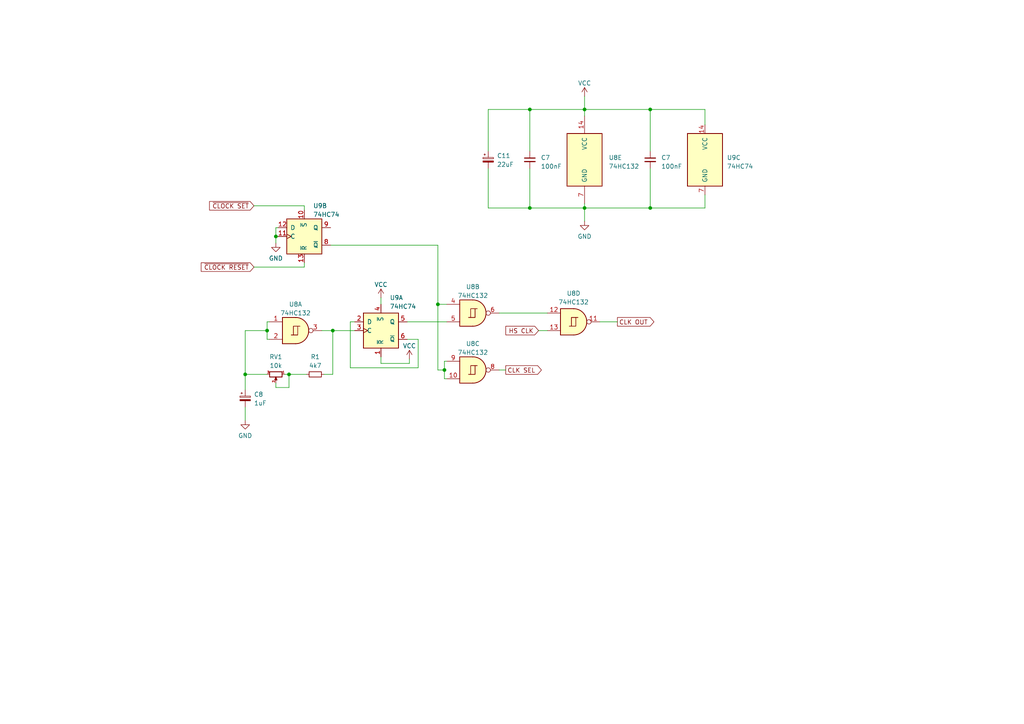
<source format=kicad_sch>
(kicad_sch (version 20230121) (generator eeschema)

  (uuid 0d3698f0-9052-4f08-959a-ae2c1b97bfee)

  (paper "A4")

  (title_block
    (title "Low speed oscillator")
    (date "2023-04-25")
    (rev "1")
    (company "ZLED")
  )

  (lib_symbols
    (symbol "74xx:74LS132" (pin_names (offset 1.016)) (in_bom yes) (on_board yes)
      (property "Reference" "U" (at 0 1.27 0)
        (effects (font (size 1.27 1.27)))
      )
      (property "Value" "74LS132" (at 0 -1.27 0)
        (effects (font (size 1.27 1.27)))
      )
      (property "Footprint" "" (at 0 0 0)
        (effects (font (size 1.27 1.27)) hide)
      )
      (property "Datasheet" "http://www.ti.com/lit/gpn/sn74LS132" (at 0 0 0)
        (effects (font (size 1.27 1.27)) hide)
      )
      (property "ki_locked" "" (at 0 0 0)
        (effects (font (size 1.27 1.27)))
      )
      (property "ki_keywords" "TTL Nand2" (at 0 0 0)
        (effects (font (size 1.27 1.27)) hide)
      )
      (property "ki_description" "Quad 2-input NAND Schmitt trigger" (at 0 0 0)
        (effects (font (size 1.27 1.27)) hide)
      )
      (property "ki_fp_filters" "DIP*W7.62mm*" (at 0 0 0)
        (effects (font (size 1.27 1.27)) hide)
      )
      (symbol "74LS132_1_0"
        (polyline
          (pts
            (xy -0.635 -1.27)
            (xy -0.635 1.27)
            (xy 0.635 1.27)
          )
          (stroke (width 0) (type default))
          (fill (type none))
        )
        (polyline
          (pts
            (xy -0.635 -1.27)
            (xy -0.635 1.27)
            (xy 0.635 1.27)
          )
          (stroke (width 0) (type default))
          (fill (type none))
        )
        (polyline
          (pts
            (xy -1.27 -1.27)
            (xy 0.635 -1.27)
            (xy 0.635 1.27)
            (xy 1.27 1.27)
          )
          (stroke (width 0) (type default))
          (fill (type none))
        )
        (polyline
          (pts
            (xy -1.27 -1.27)
            (xy 0.635 -1.27)
            (xy 0.635 1.27)
            (xy 1.27 1.27)
          )
          (stroke (width 0) (type default))
          (fill (type none))
        )
      )
      (symbol "74LS132_1_1"
        (arc (start 0 -3.81) (mid 3.7934 0) (end 0 3.81)
          (stroke (width 0.254) (type default))
          (fill (type background))
        )
        (polyline
          (pts
            (xy 0 3.81)
            (xy -3.81 3.81)
            (xy -3.81 -3.81)
            (xy 0 -3.81)
          )
          (stroke (width 0.254) (type default))
          (fill (type background))
        )
        (pin input line (at -7.62 2.54 0) (length 3.81)
          (name "~" (effects (font (size 1.27 1.27))))
          (number "1" (effects (font (size 1.27 1.27))))
        )
        (pin input line (at -7.62 -2.54 0) (length 3.81)
          (name "~" (effects (font (size 1.27 1.27))))
          (number "2" (effects (font (size 1.27 1.27))))
        )
        (pin output inverted (at 7.62 0 180) (length 3.81)
          (name "~" (effects (font (size 1.27 1.27))))
          (number "3" (effects (font (size 1.27 1.27))))
        )
      )
      (symbol "74LS132_1_2"
        (arc (start -3.81 -3.81) (mid -2.589 0) (end -3.81 3.81)
          (stroke (width 0.254) (type default))
          (fill (type none))
        )
        (arc (start -0.6096 -3.81) (mid 2.1842 -2.5851) (end 3.81 0)
          (stroke (width 0.254) (type default))
          (fill (type background))
        )
        (polyline
          (pts
            (xy -3.81 -3.81)
            (xy -0.635 -3.81)
          )
          (stroke (width 0.254) (type default))
          (fill (type background))
        )
        (polyline
          (pts
            (xy -3.81 3.81)
            (xy -0.635 3.81)
          )
          (stroke (width 0.254) (type default))
          (fill (type background))
        )
        (polyline
          (pts
            (xy -0.635 3.81)
            (xy -3.81 3.81)
            (xy -3.81 3.81)
            (xy -3.556 3.4036)
            (xy -3.0226 2.2606)
            (xy -2.6924 1.0414)
            (xy -2.6162 -0.254)
            (xy -2.7686 -1.4986)
            (xy -3.175 -2.7178)
            (xy -3.81 -3.81)
            (xy -3.81 -3.81)
            (xy -0.635 -3.81)
          )
          (stroke (width -25.4) (type default))
          (fill (type background))
        )
        (arc (start 3.81 0) (mid 2.1915 2.5936) (end -0.6096 3.81)
          (stroke (width 0.254) (type default))
          (fill (type background))
        )
        (pin input inverted (at -7.62 2.54 0) (length 4.318)
          (name "~" (effects (font (size 1.27 1.27))))
          (number "1" (effects (font (size 1.27 1.27))))
        )
        (pin input inverted (at -7.62 -2.54 0) (length 4.318)
          (name "~" (effects (font (size 1.27 1.27))))
          (number "2" (effects (font (size 1.27 1.27))))
        )
        (pin output line (at 7.62 0 180) (length 3.81)
          (name "~" (effects (font (size 1.27 1.27))))
          (number "3" (effects (font (size 1.27 1.27))))
        )
      )
      (symbol "74LS132_2_0"
        (polyline
          (pts
            (xy -0.635 -1.27)
            (xy -0.635 1.27)
            (xy 0.635 1.27)
          )
          (stroke (width 0) (type default))
          (fill (type none))
        )
        (polyline
          (pts
            (xy -0.635 -1.27)
            (xy -0.635 1.27)
            (xy 0.635 1.27)
          )
          (stroke (width 0) (type default))
          (fill (type none))
        )
        (polyline
          (pts
            (xy -1.27 -1.27)
            (xy 0.635 -1.27)
            (xy 0.635 1.27)
            (xy 1.27 1.27)
          )
          (stroke (width 0) (type default))
          (fill (type none))
        )
        (polyline
          (pts
            (xy -1.27 -1.27)
            (xy 0.635 -1.27)
            (xy 0.635 1.27)
            (xy 1.27 1.27)
          )
          (stroke (width 0) (type default))
          (fill (type none))
        )
      )
      (symbol "74LS132_2_1"
        (arc (start 0 -3.81) (mid 3.7934 0) (end 0 3.81)
          (stroke (width 0.254) (type default))
          (fill (type background))
        )
        (polyline
          (pts
            (xy 0 3.81)
            (xy -3.81 3.81)
            (xy -3.81 -3.81)
            (xy 0 -3.81)
          )
          (stroke (width 0.254) (type default))
          (fill (type background))
        )
        (pin input line (at -7.62 2.54 0) (length 3.81)
          (name "~" (effects (font (size 1.27 1.27))))
          (number "4" (effects (font (size 1.27 1.27))))
        )
        (pin input line (at -7.62 -2.54 0) (length 3.81)
          (name "~" (effects (font (size 1.27 1.27))))
          (number "5" (effects (font (size 1.27 1.27))))
        )
        (pin output inverted (at 7.62 0 180) (length 3.81)
          (name "~" (effects (font (size 1.27 1.27))))
          (number "6" (effects (font (size 1.27 1.27))))
        )
      )
      (symbol "74LS132_2_2"
        (arc (start -3.81 -3.81) (mid -2.589 0) (end -3.81 3.81)
          (stroke (width 0.254) (type default))
          (fill (type none))
        )
        (arc (start -0.6096 -3.81) (mid 2.1842 -2.5851) (end 3.81 0)
          (stroke (width 0.254) (type default))
          (fill (type background))
        )
        (polyline
          (pts
            (xy -3.81 -3.81)
            (xy -0.635 -3.81)
          )
          (stroke (width 0.254) (type default))
          (fill (type background))
        )
        (polyline
          (pts
            (xy -3.81 3.81)
            (xy -0.635 3.81)
          )
          (stroke (width 0.254) (type default))
          (fill (type background))
        )
        (polyline
          (pts
            (xy -0.635 3.81)
            (xy -3.81 3.81)
            (xy -3.81 3.81)
            (xy -3.556 3.4036)
            (xy -3.0226 2.2606)
            (xy -2.6924 1.0414)
            (xy -2.6162 -0.254)
            (xy -2.7686 -1.4986)
            (xy -3.175 -2.7178)
            (xy -3.81 -3.81)
            (xy -3.81 -3.81)
            (xy -0.635 -3.81)
          )
          (stroke (width -25.4) (type default))
          (fill (type background))
        )
        (arc (start 3.81 0) (mid 2.1915 2.5936) (end -0.6096 3.81)
          (stroke (width 0.254) (type default))
          (fill (type background))
        )
        (pin input inverted (at -7.62 2.54 0) (length 4.318)
          (name "~" (effects (font (size 1.27 1.27))))
          (number "4" (effects (font (size 1.27 1.27))))
        )
        (pin input inverted (at -7.62 -2.54 0) (length 4.318)
          (name "~" (effects (font (size 1.27 1.27))))
          (number "5" (effects (font (size 1.27 1.27))))
        )
        (pin output line (at 7.62 0 180) (length 3.81)
          (name "~" (effects (font (size 1.27 1.27))))
          (number "6" (effects (font (size 1.27 1.27))))
        )
      )
      (symbol "74LS132_3_0"
        (polyline
          (pts
            (xy -0.635 -1.27)
            (xy -0.635 1.27)
            (xy 0.635 1.27)
          )
          (stroke (width 0) (type default))
          (fill (type none))
        )
        (polyline
          (pts
            (xy -0.635 -1.27)
            (xy -0.635 1.27)
            (xy 0.635 1.27)
          )
          (stroke (width 0) (type default))
          (fill (type none))
        )
        (polyline
          (pts
            (xy -1.27 -1.27)
            (xy 0.635 -1.27)
            (xy 0.635 1.27)
            (xy 1.27 1.27)
          )
          (stroke (width 0) (type default))
          (fill (type none))
        )
        (polyline
          (pts
            (xy -1.27 -1.27)
            (xy 0.635 -1.27)
            (xy 0.635 1.27)
            (xy 1.27 1.27)
          )
          (stroke (width 0) (type default))
          (fill (type none))
        )
      )
      (symbol "74LS132_3_1"
        (arc (start 0 -3.81) (mid 3.7934 0) (end 0 3.81)
          (stroke (width 0.254) (type default))
          (fill (type background))
        )
        (polyline
          (pts
            (xy 0 3.81)
            (xy -3.81 3.81)
            (xy -3.81 -3.81)
            (xy 0 -3.81)
          )
          (stroke (width 0.254) (type default))
          (fill (type background))
        )
        (pin input line (at -7.62 -2.54 0) (length 3.81)
          (name "~" (effects (font (size 1.27 1.27))))
          (number "10" (effects (font (size 1.27 1.27))))
        )
        (pin output inverted (at 7.62 0 180) (length 3.81)
          (name "~" (effects (font (size 1.27 1.27))))
          (number "8" (effects (font (size 1.27 1.27))))
        )
        (pin input line (at -7.62 2.54 0) (length 3.81)
          (name "~" (effects (font (size 1.27 1.27))))
          (number "9" (effects (font (size 1.27 1.27))))
        )
      )
      (symbol "74LS132_3_2"
        (arc (start -3.81 -3.81) (mid -2.589 0) (end -3.81 3.81)
          (stroke (width 0.254) (type default))
          (fill (type none))
        )
        (arc (start -0.6096 -3.81) (mid 2.1842 -2.5851) (end 3.81 0)
          (stroke (width 0.254) (type default))
          (fill (type background))
        )
        (polyline
          (pts
            (xy -3.81 -3.81)
            (xy -0.635 -3.81)
          )
          (stroke (width 0.254) (type default))
          (fill (type background))
        )
        (polyline
          (pts
            (xy -3.81 3.81)
            (xy -0.635 3.81)
          )
          (stroke (width 0.254) (type default))
          (fill (type background))
        )
        (polyline
          (pts
            (xy -0.635 3.81)
            (xy -3.81 3.81)
            (xy -3.81 3.81)
            (xy -3.556 3.4036)
            (xy -3.0226 2.2606)
            (xy -2.6924 1.0414)
            (xy -2.6162 -0.254)
            (xy -2.7686 -1.4986)
            (xy -3.175 -2.7178)
            (xy -3.81 -3.81)
            (xy -3.81 -3.81)
            (xy -0.635 -3.81)
          )
          (stroke (width -25.4) (type default))
          (fill (type background))
        )
        (arc (start 3.81 0) (mid 2.1915 2.5936) (end -0.6096 3.81)
          (stroke (width 0.254) (type default))
          (fill (type background))
        )
        (pin input inverted (at -7.62 -2.54 0) (length 4.318)
          (name "~" (effects (font (size 1.27 1.27))))
          (number "10" (effects (font (size 1.27 1.27))))
        )
        (pin output line (at 7.62 0 180) (length 3.81)
          (name "~" (effects (font (size 1.27 1.27))))
          (number "8" (effects (font (size 1.27 1.27))))
        )
        (pin input inverted (at -7.62 2.54 0) (length 4.318)
          (name "~" (effects (font (size 1.27 1.27))))
          (number "9" (effects (font (size 1.27 1.27))))
        )
      )
      (symbol "74LS132_4_0"
        (polyline
          (pts
            (xy -0.635 -1.27)
            (xy -0.635 1.27)
            (xy 0.635 1.27)
          )
          (stroke (width 0) (type default))
          (fill (type none))
        )
        (polyline
          (pts
            (xy -0.635 -1.27)
            (xy -0.635 1.27)
            (xy 0.635 1.27)
          )
          (stroke (width 0) (type default))
          (fill (type none))
        )
        (polyline
          (pts
            (xy -1.27 -1.27)
            (xy 0.635 -1.27)
            (xy 0.635 1.27)
            (xy 1.27 1.27)
          )
          (stroke (width 0) (type default))
          (fill (type none))
        )
        (polyline
          (pts
            (xy -1.27 -1.27)
            (xy 0.635 -1.27)
            (xy 0.635 1.27)
            (xy 1.27 1.27)
          )
          (stroke (width 0) (type default))
          (fill (type none))
        )
      )
      (symbol "74LS132_4_1"
        (arc (start 0 -3.81) (mid 3.7934 0) (end 0 3.81)
          (stroke (width 0.254) (type default))
          (fill (type background))
        )
        (polyline
          (pts
            (xy 0 3.81)
            (xy -3.81 3.81)
            (xy -3.81 -3.81)
            (xy 0 -3.81)
          )
          (stroke (width 0.254) (type default))
          (fill (type background))
        )
        (pin output inverted (at 7.62 0 180) (length 3.81)
          (name "~" (effects (font (size 1.27 1.27))))
          (number "11" (effects (font (size 1.27 1.27))))
        )
        (pin input line (at -7.62 2.54 0) (length 3.81)
          (name "~" (effects (font (size 1.27 1.27))))
          (number "12" (effects (font (size 1.27 1.27))))
        )
        (pin input line (at -7.62 -2.54 0) (length 3.81)
          (name "~" (effects (font (size 1.27 1.27))))
          (number "13" (effects (font (size 1.27 1.27))))
        )
      )
      (symbol "74LS132_4_2"
        (arc (start -3.81 -3.81) (mid -2.589 0) (end -3.81 3.81)
          (stroke (width 0.254) (type default))
          (fill (type none))
        )
        (arc (start -0.6096 -3.81) (mid 2.1842 -2.5851) (end 3.81 0)
          (stroke (width 0.254) (type default))
          (fill (type background))
        )
        (polyline
          (pts
            (xy -3.81 -3.81)
            (xy -0.635 -3.81)
          )
          (stroke (width 0.254) (type default))
          (fill (type background))
        )
        (polyline
          (pts
            (xy -3.81 3.81)
            (xy -0.635 3.81)
          )
          (stroke (width 0.254) (type default))
          (fill (type background))
        )
        (polyline
          (pts
            (xy -0.635 3.81)
            (xy -3.81 3.81)
            (xy -3.81 3.81)
            (xy -3.556 3.4036)
            (xy -3.0226 2.2606)
            (xy -2.6924 1.0414)
            (xy -2.6162 -0.254)
            (xy -2.7686 -1.4986)
            (xy -3.175 -2.7178)
            (xy -3.81 -3.81)
            (xy -3.81 -3.81)
            (xy -0.635 -3.81)
          )
          (stroke (width -25.4) (type default))
          (fill (type background))
        )
        (arc (start 3.81 0) (mid 2.1915 2.5936) (end -0.6096 3.81)
          (stroke (width 0.254) (type default))
          (fill (type background))
        )
        (pin output line (at 7.62 0 180) (length 3.81)
          (name "~" (effects (font (size 1.27 1.27))))
          (number "11" (effects (font (size 1.27 1.27))))
        )
        (pin input inverted (at -7.62 2.54 0) (length 4.318)
          (name "~" (effects (font (size 1.27 1.27))))
          (number "12" (effects (font (size 1.27 1.27))))
        )
        (pin input inverted (at -7.62 -2.54 0) (length 4.318)
          (name "~" (effects (font (size 1.27 1.27))))
          (number "13" (effects (font (size 1.27 1.27))))
        )
      )
      (symbol "74LS132_5_0"
        (pin power_in line (at 0 12.7 270) (length 5.08)
          (name "VCC" (effects (font (size 1.27 1.27))))
          (number "14" (effects (font (size 1.27 1.27))))
        )
        (pin power_in line (at 0 -12.7 90) (length 5.08)
          (name "GND" (effects (font (size 1.27 1.27))))
          (number "7" (effects (font (size 1.27 1.27))))
        )
      )
      (symbol "74LS132_5_1"
        (rectangle (start -5.08 7.62) (end 5.08 -7.62)
          (stroke (width 0.254) (type default))
          (fill (type background))
        )
      )
    )
    (symbol "74xx:74LS74" (pin_names (offset 1.016)) (in_bom yes) (on_board yes)
      (property "Reference" "U" (at -7.62 8.89 0)
        (effects (font (size 1.27 1.27)))
      )
      (property "Value" "74LS74" (at -7.62 -8.89 0)
        (effects (font (size 1.27 1.27)))
      )
      (property "Footprint" "" (at 0 0 0)
        (effects (font (size 1.27 1.27)) hide)
      )
      (property "Datasheet" "74xx/74hc_hct74.pdf" (at 0 0 0)
        (effects (font (size 1.27 1.27)) hide)
      )
      (property "ki_locked" "" (at 0 0 0)
        (effects (font (size 1.27 1.27)))
      )
      (property "ki_keywords" "TTL DFF" (at 0 0 0)
        (effects (font (size 1.27 1.27)) hide)
      )
      (property "ki_description" "Dual D Flip-flop, Set & Reset" (at 0 0 0)
        (effects (font (size 1.27 1.27)) hide)
      )
      (property "ki_fp_filters" "DIP*W7.62mm*" (at 0 0 0)
        (effects (font (size 1.27 1.27)) hide)
      )
      (symbol "74LS74_1_0"
        (pin input line (at 0 -7.62 90) (length 2.54)
          (name "~{R}" (effects (font (size 1.27 1.27))))
          (number "1" (effects (font (size 1.27 1.27))))
        )
        (pin input line (at -7.62 2.54 0) (length 2.54)
          (name "D" (effects (font (size 1.27 1.27))))
          (number "2" (effects (font (size 1.27 1.27))))
        )
        (pin input clock (at -7.62 0 0) (length 2.54)
          (name "C" (effects (font (size 1.27 1.27))))
          (number "3" (effects (font (size 1.27 1.27))))
        )
        (pin input line (at 0 7.62 270) (length 2.54)
          (name "~{S}" (effects (font (size 1.27 1.27))))
          (number "4" (effects (font (size 1.27 1.27))))
        )
        (pin output line (at 7.62 2.54 180) (length 2.54)
          (name "Q" (effects (font (size 1.27 1.27))))
          (number "5" (effects (font (size 1.27 1.27))))
        )
        (pin output line (at 7.62 -2.54 180) (length 2.54)
          (name "~{Q}" (effects (font (size 1.27 1.27))))
          (number "6" (effects (font (size 1.27 1.27))))
        )
      )
      (symbol "74LS74_1_1"
        (rectangle (start -5.08 5.08) (end 5.08 -5.08)
          (stroke (width 0.254) (type default))
          (fill (type background))
        )
      )
      (symbol "74LS74_2_0"
        (pin input line (at 0 7.62 270) (length 2.54)
          (name "~{S}" (effects (font (size 1.27 1.27))))
          (number "10" (effects (font (size 1.27 1.27))))
        )
        (pin input clock (at -7.62 0 0) (length 2.54)
          (name "C" (effects (font (size 1.27 1.27))))
          (number "11" (effects (font (size 1.27 1.27))))
        )
        (pin input line (at -7.62 2.54 0) (length 2.54)
          (name "D" (effects (font (size 1.27 1.27))))
          (number "12" (effects (font (size 1.27 1.27))))
        )
        (pin input line (at 0 -7.62 90) (length 2.54)
          (name "~{R}" (effects (font (size 1.27 1.27))))
          (number "13" (effects (font (size 1.27 1.27))))
        )
        (pin output line (at 7.62 -2.54 180) (length 2.54)
          (name "~{Q}" (effects (font (size 1.27 1.27))))
          (number "8" (effects (font (size 1.27 1.27))))
        )
        (pin output line (at 7.62 2.54 180) (length 2.54)
          (name "Q" (effects (font (size 1.27 1.27))))
          (number "9" (effects (font (size 1.27 1.27))))
        )
      )
      (symbol "74LS74_2_1"
        (rectangle (start -5.08 5.08) (end 5.08 -5.08)
          (stroke (width 0.254) (type default))
          (fill (type background))
        )
      )
      (symbol "74LS74_3_0"
        (pin power_in line (at 0 10.16 270) (length 2.54)
          (name "VCC" (effects (font (size 1.27 1.27))))
          (number "14" (effects (font (size 1.27 1.27))))
        )
        (pin power_in line (at 0 -10.16 90) (length 2.54)
          (name "GND" (effects (font (size 1.27 1.27))))
          (number "7" (effects (font (size 1.27 1.27))))
        )
      )
      (symbol "74LS74_3_1"
        (rectangle (start -5.08 7.62) (end 5.08 -7.62)
          (stroke (width 0.254) (type default))
          (fill (type background))
        )
      )
    )
    (symbol "Device:C_Polarized_Small" (pin_numbers hide) (pin_names (offset 0.254) hide) (in_bom yes) (on_board yes)
      (property "Reference" "C" (at 0.254 1.778 0)
        (effects (font (size 1.27 1.27)) (justify left))
      )
      (property "Value" "C_Polarized_Small" (at 0.254 -2.032 0)
        (effects (font (size 1.27 1.27)) (justify left))
      )
      (property "Footprint" "" (at 0 0 0)
        (effects (font (size 1.27 1.27)) hide)
      )
      (property "Datasheet" "~" (at 0 0 0)
        (effects (font (size 1.27 1.27)) hide)
      )
      (property "ki_keywords" "cap capacitor" (at 0 0 0)
        (effects (font (size 1.27 1.27)) hide)
      )
      (property "ki_description" "Polarized capacitor, small symbol" (at 0 0 0)
        (effects (font (size 1.27 1.27)) hide)
      )
      (property "ki_fp_filters" "CP_*" (at 0 0 0)
        (effects (font (size 1.27 1.27)) hide)
      )
      (symbol "C_Polarized_Small_0_1"
        (rectangle (start -1.524 -0.3048) (end 1.524 -0.6858)
          (stroke (width 0) (type default))
          (fill (type outline))
        )
        (rectangle (start -1.524 0.6858) (end 1.524 0.3048)
          (stroke (width 0) (type default))
          (fill (type none))
        )
        (polyline
          (pts
            (xy -1.27 1.524)
            (xy -0.762 1.524)
          )
          (stroke (width 0) (type default))
          (fill (type none))
        )
        (polyline
          (pts
            (xy -1.016 1.27)
            (xy -1.016 1.778)
          )
          (stroke (width 0) (type default))
          (fill (type none))
        )
      )
      (symbol "C_Polarized_Small_1_1"
        (pin passive line (at 0 2.54 270) (length 1.8542)
          (name "~" (effects (font (size 1.27 1.27))))
          (number "1" (effects (font (size 1.27 1.27))))
        )
        (pin passive line (at 0 -2.54 90) (length 1.8542)
          (name "~" (effects (font (size 1.27 1.27))))
          (number "2" (effects (font (size 1.27 1.27))))
        )
      )
    )
    (symbol "Device:C_Small" (pin_numbers hide) (pin_names (offset 0.254) hide) (in_bom yes) (on_board yes)
      (property "Reference" "C" (at 0.254 1.778 0)
        (effects (font (size 1.27 1.27)) (justify left))
      )
      (property "Value" "C_Small" (at 0.254 -2.032 0)
        (effects (font (size 1.27 1.27)) (justify left))
      )
      (property "Footprint" "" (at 0 0 0)
        (effects (font (size 1.27 1.27)) hide)
      )
      (property "Datasheet" "~" (at 0 0 0)
        (effects (font (size 1.27 1.27)) hide)
      )
      (property "ki_keywords" "capacitor cap" (at 0 0 0)
        (effects (font (size 1.27 1.27)) hide)
      )
      (property "ki_description" "Unpolarized capacitor, small symbol" (at 0 0 0)
        (effects (font (size 1.27 1.27)) hide)
      )
      (property "ki_fp_filters" "C_*" (at 0 0 0)
        (effects (font (size 1.27 1.27)) hide)
      )
      (symbol "C_Small_0_1"
        (polyline
          (pts
            (xy -1.524 -0.508)
            (xy 1.524 -0.508)
          )
          (stroke (width 0.3302) (type default))
          (fill (type none))
        )
        (polyline
          (pts
            (xy -1.524 0.508)
            (xy 1.524 0.508)
          )
          (stroke (width 0.3048) (type default))
          (fill (type none))
        )
      )
      (symbol "C_Small_1_1"
        (pin passive line (at 0 2.54 270) (length 2.032)
          (name "~" (effects (font (size 1.27 1.27))))
          (number "1" (effects (font (size 1.27 1.27))))
        )
        (pin passive line (at 0 -2.54 90) (length 2.032)
          (name "~" (effects (font (size 1.27 1.27))))
          (number "2" (effects (font (size 1.27 1.27))))
        )
      )
    )
    (symbol "Device:R_Potentiometer_Small" (pin_names (offset 1.016) hide) (in_bom yes) (on_board yes)
      (property "Reference" "RV" (at -4.445 0 90)
        (effects (font (size 1.27 1.27)))
      )
      (property "Value" "R_Potentiometer_Small" (at -2.54 0 90)
        (effects (font (size 1.27 1.27)))
      )
      (property "Footprint" "" (at 0 0 0)
        (effects (font (size 1.27 1.27)) hide)
      )
      (property "Datasheet" "~" (at 0 0 0)
        (effects (font (size 1.27 1.27)) hide)
      )
      (property "ki_keywords" "resistor variable" (at 0 0 0)
        (effects (font (size 1.27 1.27)) hide)
      )
      (property "ki_description" "Potentiometer" (at 0 0 0)
        (effects (font (size 1.27 1.27)) hide)
      )
      (property "ki_fp_filters" "Potentiometer*" (at 0 0 0)
        (effects (font (size 1.27 1.27)) hide)
      )
      (symbol "R_Potentiometer_Small_0_1"
        (polyline
          (pts
            (xy 0.889 0)
            (xy 0.635 0)
            (xy 1.651 0.381)
            (xy 1.651 -0.381)
            (xy 0.635 0)
            (xy 0.889 0)
          )
          (stroke (width 0) (type default))
          (fill (type outline))
        )
        (rectangle (start 0.762 1.8034) (end -0.762 -1.8034)
          (stroke (width 0.254) (type default))
          (fill (type none))
        )
      )
      (symbol "R_Potentiometer_Small_1_1"
        (pin passive line (at 0 2.54 270) (length 0.635)
          (name "1" (effects (font (size 0.635 0.635))))
          (number "1" (effects (font (size 0.635 0.635))))
        )
        (pin passive line (at 2.54 0 180) (length 0.9906)
          (name "2" (effects (font (size 0.635 0.635))))
          (number "2" (effects (font (size 0.635 0.635))))
        )
        (pin passive line (at 0 -2.54 90) (length 0.635)
          (name "3" (effects (font (size 0.635 0.635))))
          (number "3" (effects (font (size 0.635 0.635))))
        )
      )
    )
    (symbol "Device:R_Small" (pin_numbers hide) (pin_names (offset 0.254) hide) (in_bom yes) (on_board yes)
      (property "Reference" "R" (at 0.762 0.508 0)
        (effects (font (size 1.27 1.27)) (justify left))
      )
      (property "Value" "R_Small" (at 0.762 -1.016 0)
        (effects (font (size 1.27 1.27)) (justify left))
      )
      (property "Footprint" "" (at 0 0 0)
        (effects (font (size 1.27 1.27)) hide)
      )
      (property "Datasheet" "~" (at 0 0 0)
        (effects (font (size 1.27 1.27)) hide)
      )
      (property "ki_keywords" "R resistor" (at 0 0 0)
        (effects (font (size 1.27 1.27)) hide)
      )
      (property "ki_description" "Resistor, small symbol" (at 0 0 0)
        (effects (font (size 1.27 1.27)) hide)
      )
      (property "ki_fp_filters" "R_*" (at 0 0 0)
        (effects (font (size 1.27 1.27)) hide)
      )
      (symbol "R_Small_0_1"
        (rectangle (start -0.762 1.778) (end 0.762 -1.778)
          (stroke (width 0.2032) (type default))
          (fill (type none))
        )
      )
      (symbol "R_Small_1_1"
        (pin passive line (at 0 2.54 270) (length 0.762)
          (name "~" (effects (font (size 1.27 1.27))))
          (number "1" (effects (font (size 1.27 1.27))))
        )
        (pin passive line (at 0 -2.54 90) (length 0.762)
          (name "~" (effects (font (size 1.27 1.27))))
          (number "2" (effects (font (size 1.27 1.27))))
        )
      )
    )
    (symbol "power:GND" (power) (pin_names (offset 0)) (in_bom yes) (on_board yes)
      (property "Reference" "#PWR" (at 0 -6.35 0)
        (effects (font (size 1.27 1.27)) hide)
      )
      (property "Value" "GND" (at 0 -3.81 0)
        (effects (font (size 1.27 1.27)))
      )
      (property "Footprint" "" (at 0 0 0)
        (effects (font (size 1.27 1.27)) hide)
      )
      (property "Datasheet" "" (at 0 0 0)
        (effects (font (size 1.27 1.27)) hide)
      )
      (property "ki_keywords" "global power" (at 0 0 0)
        (effects (font (size 1.27 1.27)) hide)
      )
      (property "ki_description" "Power symbol creates a global label with name \"GND\" , ground" (at 0 0 0)
        (effects (font (size 1.27 1.27)) hide)
      )
      (symbol "GND_0_1"
        (polyline
          (pts
            (xy 0 0)
            (xy 0 -1.27)
            (xy 1.27 -1.27)
            (xy 0 -2.54)
            (xy -1.27 -1.27)
            (xy 0 -1.27)
          )
          (stroke (width 0) (type default))
          (fill (type none))
        )
      )
      (symbol "GND_1_1"
        (pin power_in line (at 0 0 270) (length 0) hide
          (name "GND" (effects (font (size 1.27 1.27))))
          (number "1" (effects (font (size 1.27 1.27))))
        )
      )
    )
    (symbol "power:VCC" (power) (pin_names (offset 0)) (in_bom yes) (on_board yes)
      (property "Reference" "#PWR" (at 0 -3.81 0)
        (effects (font (size 1.27 1.27)) hide)
      )
      (property "Value" "VCC" (at 0 3.81 0)
        (effects (font (size 1.27 1.27)))
      )
      (property "Footprint" "" (at 0 0 0)
        (effects (font (size 1.27 1.27)) hide)
      )
      (property "Datasheet" "" (at 0 0 0)
        (effects (font (size 1.27 1.27)) hide)
      )
      (property "ki_keywords" "global power" (at 0 0 0)
        (effects (font (size 1.27 1.27)) hide)
      )
      (property "ki_description" "Power symbol creates a global label with name \"VCC\"" (at 0 0 0)
        (effects (font (size 1.27 1.27)) hide)
      )
      (symbol "VCC_0_1"
        (polyline
          (pts
            (xy -0.762 1.27)
            (xy 0 2.54)
          )
          (stroke (width 0) (type default))
          (fill (type none))
        )
        (polyline
          (pts
            (xy 0 0)
            (xy 0 2.54)
          )
          (stroke (width 0) (type default))
          (fill (type none))
        )
        (polyline
          (pts
            (xy 0 2.54)
            (xy 0.762 1.27)
          )
          (stroke (width 0) (type default))
          (fill (type none))
        )
      )
      (symbol "VCC_1_1"
        (pin power_in line (at 0 0 90) (length 0) hide
          (name "VCC" (effects (font (size 1.27 1.27))))
          (number "1" (effects (font (size 1.27 1.27))))
        )
      )
    )
  )

  (junction (at 77.47 95.885) (diameter 0) (color 0 0 0 0)
    (uuid 24349d0e-3aaa-45e4-b982-976ea842e62b)
  )
  (junction (at 128.905 107.315) (diameter 0) (color 0 0 0 0)
    (uuid 2dd0ce6a-c599-49bb-8acd-dbb959032a22)
  )
  (junction (at 80.01 68.58) (diameter 0) (color 0 0 0 0)
    (uuid 3bbd0043-ff85-4f05-8ec7-6a0637d3f04b)
  )
  (junction (at 71.12 108.585) (diameter 0) (color 0 0 0 0)
    (uuid 3fdc6e65-1698-430b-8923-7b743ea530d2)
  )
  (junction (at 153.67 60.325) (diameter 0) (color 0 0 0 0)
    (uuid 50d26515-f83b-4a2c-8f36-5cd09a7ac565)
  )
  (junction (at 96.52 95.885) (diameter 0) (color 0 0 0 0)
    (uuid 53d202c5-267f-4ef5-b243-c319d5c2b6b1)
  )
  (junction (at 188.595 31.75) (diameter 0) (color 0 0 0 0)
    (uuid 5dfefdad-563e-43b5-9f9a-71e11c767c67)
  )
  (junction (at 169.545 60.325) (diameter 0) (color 0 0 0 0)
    (uuid 6a69f70a-6cff-4fbd-b040-47ae9f0f4c47)
  )
  (junction (at 188.595 60.325) (diameter 0) (color 0 0 0 0)
    (uuid 799c6b0b-fa18-4afe-8be2-bfe5f8421400)
  )
  (junction (at 169.545 31.75) (diameter 0) (color 0 0 0 0)
    (uuid 7c18b717-e38f-4af8-b6e4-3915f8f4916d)
  )
  (junction (at 153.67 31.75) (diameter 0) (color 0 0 0 0)
    (uuid 7d65d1a7-21d7-4b7a-b5f2-333c25a62a6a)
  )
  (junction (at 127 88.265) (diameter 0) (color 0 0 0 0)
    (uuid aefdb088-2ad3-4360-add5-3661e05ec5e1)
  )
  (junction (at 83.82 108.585) (diameter 0) (color 0 0 0 0)
    (uuid f7c1d26e-1f59-4539-9694-a99333c1de5d)
  )

  (wire (pts (xy 128.905 107.315) (xy 128.905 104.775))
    (stroke (width 0) (type default))
    (uuid 03fd8c69-5cef-44dc-a288-0a45c33c65c5)
  )
  (wire (pts (xy 128.905 107.315) (xy 127 107.315))
    (stroke (width 0) (type default))
    (uuid 05470ecd-7e54-4f2a-9fa0-1bd7594b699e)
  )
  (wire (pts (xy 127 88.265) (xy 129.54 88.265))
    (stroke (width 0) (type default))
    (uuid 0667d427-f426-484a-9bd8-2b265b369677)
  )
  (wire (pts (xy 77.47 98.425) (xy 78.105 98.425))
    (stroke (width 0) (type default))
    (uuid 0679c779-3ad3-45ac-b84f-0f5ce1f9b19c)
  )
  (wire (pts (xy 77.47 93.345) (xy 77.47 95.885))
    (stroke (width 0) (type default))
    (uuid 0acb6dc8-3f41-462f-a986-bab8d6b82475)
  )
  (wire (pts (xy 93.98 108.585) (xy 96.52 108.585))
    (stroke (width 0) (type default))
    (uuid 0c072340-893d-4ec4-9394-dfbdc1954d9f)
  )
  (wire (pts (xy 80.01 68.58) (xy 80.645 68.58))
    (stroke (width 0) (type default))
    (uuid 0ebf9edf-7474-4b0f-ad43-4bed71f0cd43)
  )
  (wire (pts (xy 110.49 105.41) (xy 110.49 103.505))
    (stroke (width 0) (type default))
    (uuid 120aa05c-5792-4006-9d04-d194cf887c4f)
  )
  (wire (pts (xy 118.11 93.345) (xy 129.54 93.345))
    (stroke (width 0) (type default))
    (uuid 163aef12-2ae3-40a9-b5a4-d564354cb6b2)
  )
  (wire (pts (xy 129.54 109.855) (xy 128.905 109.855))
    (stroke (width 0) (type default))
    (uuid 18b96e7f-52e4-4e5e-8a45-463985166574)
  )
  (wire (pts (xy 141.605 60.325) (xy 153.67 60.325))
    (stroke (width 0) (type default))
    (uuid 1b6be4ae-7072-4214-8c48-b125eb832f31)
  )
  (wire (pts (xy 188.595 48.895) (xy 188.595 60.325))
    (stroke (width 0) (type default))
    (uuid 1e035dcd-296b-40a4-8fe0-9c1e7f3fe917)
  )
  (wire (pts (xy 127 71.12) (xy 95.885 71.12))
    (stroke (width 0) (type default))
    (uuid 24b3ecb6-e168-486d-b4e9-f1b16d85a424)
  )
  (wire (pts (xy 118.11 98.425) (xy 121.285 98.425))
    (stroke (width 0) (type default))
    (uuid 26720281-0a99-4e2e-99ec-7d3304f1fdec)
  )
  (wire (pts (xy 110.49 86.36) (xy 110.49 88.265))
    (stroke (width 0) (type default))
    (uuid 2900f0c9-ca6c-4c99-b8f2-e5bd77b5fd3c)
  )
  (wire (pts (xy 188.595 31.75) (xy 169.545 31.75))
    (stroke (width 0) (type default))
    (uuid 2cc446f8-e258-4df6-b5ce-b5980d0d3641)
  )
  (wire (pts (xy 73.66 59.69) (xy 88.265 59.69))
    (stroke (width 0) (type default))
    (uuid 2f36a08b-937d-4a45-b437-7140f7a53f00)
  )
  (wire (pts (xy 128.905 109.855) (xy 128.905 107.315))
    (stroke (width 0) (type default))
    (uuid 3302aacd-dd3b-48fa-9972-0eeeb7db8292)
  )
  (wire (pts (xy 127 107.315) (xy 127 88.265))
    (stroke (width 0) (type default))
    (uuid 3dc55f73-2429-4250-92fd-5a92e94196f7)
  )
  (wire (pts (xy 83.82 108.585) (xy 88.9 108.585))
    (stroke (width 0) (type default))
    (uuid 45378091-3941-45e5-9d30-c12937e7790c)
  )
  (wire (pts (xy 127 88.265) (xy 127 71.12))
    (stroke (width 0) (type default))
    (uuid 4ee6cb06-c5e5-428c-92e3-f4c4a6ef9f71)
  )
  (wire (pts (xy 118.745 105.41) (xy 110.49 105.41))
    (stroke (width 0) (type default))
    (uuid 501a363d-3e66-4db2-a864-7cff3b1cf6fb)
  )
  (wire (pts (xy 188.595 60.325) (xy 169.545 60.325))
    (stroke (width 0) (type default))
    (uuid 58a92ce4-554e-4aff-8890-947dee09ed38)
  )
  (wire (pts (xy 204.47 60.325) (xy 188.595 60.325))
    (stroke (width 0) (type default))
    (uuid 5b07e3f1-ad7f-4197-87ff-bcf2234384df)
  )
  (wire (pts (xy 153.67 60.325) (xy 169.545 60.325))
    (stroke (width 0) (type default))
    (uuid 5e553e88-7160-4508-b730-895fd8684e78)
  )
  (wire (pts (xy 169.545 27.94) (xy 169.545 31.75))
    (stroke (width 0) (type default))
    (uuid 600607da-d4d1-48fb-b002-c34540879e01)
  )
  (wire (pts (xy 88.265 77.47) (xy 88.265 76.2))
    (stroke (width 0) (type default))
    (uuid 60d6ec30-c0a8-456f-8d27-d9d5740c2054)
  )
  (wire (pts (xy 141.605 48.895) (xy 141.605 60.325))
    (stroke (width 0) (type default))
    (uuid 633aa0f3-d2cc-4fe2-8c39-376487036d8f)
  )
  (wire (pts (xy 169.545 31.75) (xy 169.545 33.655))
    (stroke (width 0) (type default))
    (uuid 6f369edc-171b-478d-ba29-e5f6e311ef6b)
  )
  (wire (pts (xy 144.78 90.805) (xy 158.75 90.805))
    (stroke (width 0) (type default))
    (uuid 6f7392f5-c5e1-4aaa-b406-43ea0e4d11d2)
  )
  (wire (pts (xy 204.47 36.195) (xy 204.47 31.75))
    (stroke (width 0) (type default))
    (uuid 7d1c2fbb-fec1-4fc7-873f-dd602ac7de13)
  )
  (wire (pts (xy 83.82 112.395) (xy 83.82 108.585))
    (stroke (width 0) (type default))
    (uuid 7fd1503d-aef5-424e-ab98-7a56f2992e36)
  )
  (wire (pts (xy 121.285 98.425) (xy 121.285 106.68))
    (stroke (width 0) (type default))
    (uuid 801b8c3d-fe80-4212-87b7-100fffc27341)
  )
  (wire (pts (xy 141.605 31.75) (xy 153.67 31.75))
    (stroke (width 0) (type default))
    (uuid 805c1bc0-b09e-4c48-ba8c-3d35af2b9130)
  )
  (wire (pts (xy 153.67 43.815) (xy 153.67 31.75))
    (stroke (width 0) (type default))
    (uuid 8539b249-f791-4ec5-a5b3-e18543368b4b)
  )
  (wire (pts (xy 101.6 93.345) (xy 102.87 93.345))
    (stroke (width 0) (type default))
    (uuid 8b337d03-a58c-4b3d-b55c-75c8f0f7a3d4)
  )
  (wire (pts (xy 173.99 93.345) (xy 179.07 93.345))
    (stroke (width 0) (type default))
    (uuid 8d9f1b56-e2b2-46c7-84da-b59d2cce4398)
  )
  (wire (pts (xy 153.67 48.895) (xy 153.67 60.325))
    (stroke (width 0) (type default))
    (uuid 8fc38978-b454-4756-ade6-e2428f6a9681)
  )
  (wire (pts (xy 88.265 59.69) (xy 88.265 60.96))
    (stroke (width 0) (type default))
    (uuid 902aef76-7797-4557-a0f5-860c1af5055f)
  )
  (wire (pts (xy 71.12 118.11) (xy 71.12 121.92))
    (stroke (width 0) (type default))
    (uuid 9129d1de-54de-4aea-a69b-ba04807d0edf)
  )
  (wire (pts (xy 80.01 112.395) (xy 83.82 112.395))
    (stroke (width 0) (type default))
    (uuid 94c7ec3f-66bd-4e38-a2e0-0d8dd574dc69)
  )
  (wire (pts (xy 80.01 111.125) (xy 80.01 112.395))
    (stroke (width 0) (type default))
    (uuid 9919ed58-37e5-4618-ad35-f0aa51568203)
  )
  (wire (pts (xy 93.345 95.885) (xy 96.52 95.885))
    (stroke (width 0) (type default))
    (uuid 9cbb7a61-655e-4a7b-95eb-1c6512678ffd)
  )
  (wire (pts (xy 204.47 56.515) (xy 204.47 60.325))
    (stroke (width 0) (type default))
    (uuid 9f5811ad-2fcc-4554-b97c-c1fe6acaff8e)
  )
  (wire (pts (xy 71.12 108.585) (xy 77.47 108.585))
    (stroke (width 0) (type default))
    (uuid a33b8621-be59-4398-8732-710285a8990f)
  )
  (wire (pts (xy 80.645 66.04) (xy 80.01 66.04))
    (stroke (width 0) (type default))
    (uuid a683af56-104b-438c-9d78-f15f9d405600)
  )
  (wire (pts (xy 118.745 104.14) (xy 118.745 105.41))
    (stroke (width 0) (type default))
    (uuid a8c51f4e-9aeb-411e-9aec-20bc39a7be49)
  )
  (wire (pts (xy 144.78 107.315) (xy 146.685 107.315))
    (stroke (width 0) (type default))
    (uuid a9df4f55-4a86-4a38-979f-29774d6e00dd)
  )
  (wire (pts (xy 141.605 43.815) (xy 141.605 31.75))
    (stroke (width 0) (type default))
    (uuid aad0d445-7180-4c94-afba-f0058cff5df7)
  )
  (wire (pts (xy 96.52 95.885) (xy 102.87 95.885))
    (stroke (width 0) (type default))
    (uuid aca17cd5-f3ec-418c-9369-9b0df9b5c682)
  )
  (wire (pts (xy 77.47 95.885) (xy 71.12 95.885))
    (stroke (width 0) (type default))
    (uuid b34f15f5-1edc-4135-8e77-9ab69cdaa749)
  )
  (wire (pts (xy 71.12 108.585) (xy 71.12 113.03))
    (stroke (width 0) (type default))
    (uuid b7cbc9a0-64dd-4196-b423-0a60d8b48600)
  )
  (wire (pts (xy 96.52 108.585) (xy 96.52 95.885))
    (stroke (width 0) (type default))
    (uuid c12391f3-da05-4088-a13d-e9d2f7cc0e38)
  )
  (wire (pts (xy 204.47 31.75) (xy 188.595 31.75))
    (stroke (width 0) (type default))
    (uuid c7359776-ed82-47f5-b70c-c241b1e5725b)
  )
  (wire (pts (xy 128.905 104.775) (xy 129.54 104.775))
    (stroke (width 0) (type default))
    (uuid cab76428-6755-4762-bd70-fe3453b9cdf0)
  )
  (wire (pts (xy 80.01 68.58) (xy 80.01 70.485))
    (stroke (width 0) (type default))
    (uuid d8431cb9-2344-49b3-9dfa-162e6b58fefd)
  )
  (wire (pts (xy 156.21 95.885) (xy 158.75 95.885))
    (stroke (width 0) (type default))
    (uuid da80a1ee-3d54-4e3c-9860-d2109126ade3)
  )
  (wire (pts (xy 77.47 95.885) (xy 77.47 98.425))
    (stroke (width 0) (type default))
    (uuid dc593fd7-ab81-4d74-b811-20cca2551b4a)
  )
  (wire (pts (xy 78.105 93.345) (xy 77.47 93.345))
    (stroke (width 0) (type default))
    (uuid e5eff6db-5d5d-4c97-bd43-089a955c1aca)
  )
  (wire (pts (xy 71.12 95.885) (xy 71.12 108.585))
    (stroke (width 0) (type default))
    (uuid e77a846d-eae5-46ef-b5c9-50b61f02e38d)
  )
  (wire (pts (xy 80.01 66.04) (xy 80.01 68.58))
    (stroke (width 0) (type default))
    (uuid eabf9cd0-1f33-4f0a-978e-9f4c3a798fe0)
  )
  (wire (pts (xy 188.595 31.75) (xy 188.595 43.815))
    (stroke (width 0) (type default))
    (uuid eb303f16-daf2-4464-8eb4-ffbf7b99120d)
  )
  (wire (pts (xy 153.67 31.75) (xy 169.545 31.75))
    (stroke (width 0) (type default))
    (uuid f4019e4e-57a0-4d18-8a71-7cccb99a95a2)
  )
  (wire (pts (xy 169.545 60.325) (xy 169.545 64.135))
    (stroke (width 0) (type default))
    (uuid f45ab47c-07fa-43b3-89ce-97e7ccb2ee11)
  )
  (wire (pts (xy 121.285 106.68) (xy 101.6 106.68))
    (stroke (width 0) (type default))
    (uuid f85f7c5a-3287-493b-836e-b23342eacb55)
  )
  (wire (pts (xy 73.66 77.47) (xy 88.265 77.47))
    (stroke (width 0) (type default))
    (uuid f8adf2da-a361-4886-a1f3-b370bb2459fb)
  )
  (wire (pts (xy 83.82 108.585) (xy 82.55 108.585))
    (stroke (width 0) (type default))
    (uuid f8d69851-2dbd-4ee1-b99c-f561e55425a6)
  )
  (wire (pts (xy 101.6 106.68) (xy 101.6 93.345))
    (stroke (width 0) (type default))
    (uuid fc8df432-3baa-4c31-9bd9-d1b99e5e9f17)
  )
  (wire (pts (xy 169.545 59.055) (xy 169.545 60.325))
    (stroke (width 0) (type default))
    (uuid fee372a3-52d4-4cd0-a7d4-3024118e9061)
  )

  (global_label "CLK SEL" (shape output) (at 146.685 107.315 0) (fields_autoplaced)
    (effects (font (size 1.27 1.27)) (justify left))
    (uuid 1415ec3f-3c3b-48b8-acf5-4ff3df41bcbd)
    (property "Intersheetrefs" "${INTERSHEET_REFS}" (at 157.3075 107.315 0)
      (effects (font (size 1.27 1.27)) (justify left) hide)
    )
  )
  (global_label "~{CLOCK RESET}" (shape input) (at 73.66 77.47 180) (fields_autoplaced)
    (effects (font (size 1.27 1.27)) (justify right))
    (uuid a8996c1b-d0b4-412c-8f75-193b522ad013)
    (property "Intersheetrefs" "${INTERSHEET_REFS}" (at 58.0785 77.47 0)
      (effects (font (size 1.27 1.27)) (justify right) hide)
    )
  )
  (global_label "CLK OUT" (shape output) (at 179.07 93.345 0) (fields_autoplaced)
    (effects (font (size 1.27 1.27)) (justify left))
    (uuid e0867263-0c9e-4f74-9410-d18a58f16d38)
    (property "Intersheetrefs" "${INTERSHEET_REFS}" (at 189.9345 93.345 0)
      (effects (font (size 1.27 1.27)) (justify left) hide)
    )
  )
  (global_label "~{CLOCK SET}" (shape input) (at 73.66 59.69 180) (fields_autoplaced)
    (effects (font (size 1.27 1.27)) (justify right))
    (uuid f497cef5-ab6d-4b6a-ac92-4c8ad235b6b6)
    (property "Intersheetrefs" "${INTERSHEET_REFS}" (at 60.4975 59.69 0)
      (effects (font (size 1.27 1.27)) (justify right) hide)
    )
  )
  (global_label "HS CLK" (shape input) (at 156.21 95.885 180) (fields_autoplaced)
    (effects (font (size 1.27 1.27)) (justify right))
    (uuid fd2f49fb-4212-431a-8bb3-d55b61aa2a56)
    (property "Intersheetrefs" "${INTERSHEET_REFS}" (at 146.4341 95.885 0)
      (effects (font (size 1.27 1.27)) (justify right) hide)
    )
  )

  (symbol (lib_id "power:VCC") (at 110.49 86.36 0) (unit 1)
    (in_bom yes) (on_board yes) (dnp no) (fields_autoplaced)
    (uuid 086e48d1-7233-4ca6-bccf-af8f859c4b69)
    (property "Reference" "#PWR022" (at 110.49 90.17 0)
      (effects (font (size 1.27 1.27)) hide)
    )
    (property "Value" "VCC" (at 110.49 82.55 0)
      (effects (font (size 1.27 1.27)))
    )
    (property "Footprint" "" (at 110.49 86.36 0)
      (effects (font (size 1.27 1.27)) hide)
    )
    (property "Datasheet" "" (at 110.49 86.36 0)
      (effects (font (size 1.27 1.27)) hide)
    )
    (pin "1" (uuid a3b549a8-c586-4993-8885-6dd1c18cbc06))
    (instances
      (project "cdp-leddriver"
        (path "/79ddae9e-e34b-45d2-839a-57367545b266/7833159b-d5f0-4640-9291-1bf827f87e96"
          (reference "#PWR022") (unit 1)
        )
      )
    )
  )

  (symbol (lib_id "74xx:74LS132") (at 137.16 90.805 0) (unit 2)
    (in_bom yes) (on_board yes) (dnp no) (fields_autoplaced)
    (uuid 155033e6-708c-48ca-b26f-87e685847b47)
    (property "Reference" "U8" (at 137.1517 83.185 0)
      (effects (font (size 1.27 1.27)))
    )
    (property "Value" "74HC132" (at 137.1517 85.725 0)
      (effects (font (size 1.27 1.27)))
    )
    (property "Footprint" "Package_DIP:DIP-14_W7.62mm_Socket" (at 137.16 90.805 0)
      (effects (font (size 1.27 1.27)) hide)
    )
    (property "Datasheet" "http://www.ti.com/lit/gpn/sn74LS132" (at 137.16 90.805 0)
      (effects (font (size 1.27 1.27)) hide)
    )
    (pin "1" (uuid b2335d6d-40bd-406d-b045-6df8b3dfdf60))
    (pin "2" (uuid 41634960-0215-4838-892e-59ed57b55fe2))
    (pin "3" (uuid f77a1acb-7961-41c9-9235-f04db50cb809))
    (pin "4" (uuid ff4be58f-776b-43e3-8a56-9711ae788e3f))
    (pin "5" (uuid 242f0813-2b7d-4a37-be10-fe4f08d6e9b5))
    (pin "6" (uuid 3e480a05-1fb5-4398-bf43-6742c98f4eb8))
    (pin "10" (uuid 70c3dad7-a7e8-4f65-bc69-446be21f3346))
    (pin "8" (uuid cb5ff48a-10ff-4297-9a0b-7ceb02f9639c))
    (pin "9" (uuid c014f254-e00c-4480-ba79-65e549128d99))
    (pin "11" (uuid 8106cd21-280e-422f-b40e-d2f68a6ca729))
    (pin "12" (uuid 913fdff8-b8e2-4ae6-9129-eba56bd0d672))
    (pin "13" (uuid d8d4c7fd-94af-4068-812a-e0a96d519f69))
    (pin "14" (uuid 08dc6713-feeb-4ebc-b6d7-c2b6a65ecb93))
    (pin "7" (uuid 70723960-6d90-49f0-bf1c-94f6d80a15b7))
    (instances
      (project "cdp-leddriver"
        (path "/79ddae9e-e34b-45d2-839a-57367545b266/7833159b-d5f0-4640-9291-1bf827f87e96"
          (reference "U8") (unit 2)
        )
      )
    )
  )

  (symbol (lib_id "74xx:74LS132") (at 169.545 46.355 0) (unit 5)
    (in_bom yes) (on_board yes) (dnp no) (fields_autoplaced)
    (uuid 15e08c43-438f-41c4-9788-ab8d0a5e0069)
    (property "Reference" "U8" (at 176.53 45.72 0)
      (effects (font (size 1.27 1.27)) (justify left))
    )
    (property "Value" "74HC132" (at 176.53 48.26 0)
      (effects (font (size 1.27 1.27)) (justify left))
    )
    (property "Footprint" "Package_DIP:DIP-14_W7.62mm_Socket" (at 169.545 46.355 0)
      (effects (font (size 1.27 1.27)) hide)
    )
    (property "Datasheet" "http://www.ti.com/lit/gpn/sn74LS132" (at 169.545 46.355 0)
      (effects (font (size 1.27 1.27)) hide)
    )
    (pin "1" (uuid 63cb951e-2583-41b5-b1e2-571bf77b38cc))
    (pin "2" (uuid 98584344-c449-4afd-aebc-7c269cbfa73b))
    (pin "3" (uuid 5ab5466e-0f65-49c9-81dd-2f74c6c31015))
    (pin "4" (uuid 915c2422-58e3-4729-909a-22b2b0c2d96d))
    (pin "5" (uuid 07fc1744-d4fe-45a6-aae0-d91dbfc82788))
    (pin "6" (uuid c099dfc9-41fc-4ea5-9bb4-5e07747401e5))
    (pin "10" (uuid 04382065-8b53-4350-b622-4ae38a0a0789))
    (pin "8" (uuid 02a8a45a-40f0-4793-8e2e-8601b00abba9))
    (pin "9" (uuid 73c6d872-c9bb-41c0-85b8-2997f554030f))
    (pin "11" (uuid c04a49aa-7f70-432f-9472-72da2609f88a))
    (pin "12" (uuid c8579a87-2268-4dae-8c2b-052b9a36c0fe))
    (pin "13" (uuid 35e3b602-2306-4fed-bc11-41f7a843dc40))
    (pin "14" (uuid 7adc9572-c253-412a-9587-614f57d3ff67))
    (pin "7" (uuid 63fd32f3-6948-4963-86db-5761bd2e8f47))
    (instances
      (project "cdp-leddriver"
        (path "/79ddae9e-e34b-45d2-839a-57367545b266/7833159b-d5f0-4640-9291-1bf827f87e96"
          (reference "U8") (unit 5)
        )
      )
    )
  )

  (symbol (lib_id "power:GND") (at 80.01 70.485 0) (unit 1)
    (in_bom yes) (on_board yes) (dnp no) (fields_autoplaced)
    (uuid 18234d36-df00-420e-93ae-5d192018724a)
    (property "Reference" "#PWR027" (at 80.01 76.835 0)
      (effects (font (size 1.27 1.27)) hide)
    )
    (property "Value" "GND" (at 80.01 74.93 0)
      (effects (font (size 1.27 1.27)))
    )
    (property "Footprint" "" (at 80.01 70.485 0)
      (effects (font (size 1.27 1.27)) hide)
    )
    (property "Datasheet" "" (at 80.01 70.485 0)
      (effects (font (size 1.27 1.27)) hide)
    )
    (pin "1" (uuid fc0307eb-d73c-46ff-9726-e7f80f206f1e))
    (instances
      (project "cdp-leddriver"
        (path "/79ddae9e-e34b-45d2-839a-57367545b266/7833159b-d5f0-4640-9291-1bf827f87e96"
          (reference "#PWR027") (unit 1)
        )
      )
    )
  )

  (symbol (lib_id "Device:C_Polarized_Small") (at 141.605 46.355 0) (unit 1)
    (in_bom yes) (on_board yes) (dnp no) (fields_autoplaced)
    (uuid 25a6e565-bd4c-43e8-acaf-740abb0a7ef7)
    (property "Reference" "C11" (at 144.145 45.1739 0)
      (effects (font (size 1.27 1.27)) (justify left))
    )
    (property "Value" "22uF" (at 144.145 47.7139 0)
      (effects (font (size 1.27 1.27)) (justify left))
    )
    (property "Footprint" "Capacitor_THT:CP_Radial_D4.0mm_P1.50mm" (at 141.605 46.355 0)
      (effects (font (size 1.27 1.27)) hide)
    )
    (property "Datasheet" "~" (at 141.605 46.355 0)
      (effects (font (size 1.27 1.27)) hide)
    )
    (pin "1" (uuid 41acaea4-9204-4e60-aa67-7621f7f3a88b))
    (pin "2" (uuid 816f02e8-c3cb-466e-b08e-a67078d7f86b))
    (instances
      (project "cdp-leddriver"
        (path "/79ddae9e-e34b-45d2-839a-57367545b266/7833159b-d5f0-4640-9291-1bf827f87e96"
          (reference "C11") (unit 1)
        )
      )
    )
  )

  (symbol (lib_id "74xx:74LS74") (at 204.47 46.355 0) (unit 3)
    (in_bom yes) (on_board yes) (dnp no) (fields_autoplaced)
    (uuid 2b01cc0a-fc5c-4df2-91e1-ec26b4f5d550)
    (property "Reference" "U9" (at 210.82 45.72 0)
      (effects (font (size 1.27 1.27)) (justify left))
    )
    (property "Value" "74HC74" (at 210.82 48.26 0)
      (effects (font (size 1.27 1.27)) (justify left))
    )
    (property "Footprint" "Package_DIP:DIP-14_W7.62mm_Socket" (at 204.47 46.355 0)
      (effects (font (size 1.27 1.27)) hide)
    )
    (property "Datasheet" "74xx/74hc_hct74.pdf" (at 204.47 46.355 0)
      (effects (font (size 1.27 1.27)) hide)
    )
    (pin "1" (uuid 91e03c00-e717-4ab9-9883-33c82dfc4472))
    (pin "2" (uuid 920b1a64-667e-4846-a353-2344e520bfb4))
    (pin "3" (uuid cd71249d-95d5-4254-ac66-3485d674da1b))
    (pin "4" (uuid 68719918-49cf-4957-a3cf-bea4bb6e253b))
    (pin "5" (uuid 03341da0-dfed-43f1-8c93-ad61a50caa8a))
    (pin "6" (uuid 0ebcda54-4c1b-4764-b6f6-2bd19513699f))
    (pin "10" (uuid 54b21e02-8a3f-45b8-abeb-5f0ef7f95ea4))
    (pin "11" (uuid b25927b0-1abb-40e6-8000-aab6c6733718))
    (pin "12" (uuid 3fd22dc9-c817-4bd1-8a50-4df798933c10))
    (pin "13" (uuid 719571c6-fdbc-4cc3-9868-f33e85ab4610))
    (pin "8" (uuid 3791467f-849b-4519-bf11-72d4c8f1948e))
    (pin "9" (uuid 00a3e28f-b363-4042-9a9f-6872c813f506))
    (pin "14" (uuid 051ab7df-a446-426f-bf10-66c55d2e1190))
    (pin "7" (uuid e9f3d37c-3c5e-4c1e-b296-178b91acf176))
    (instances
      (project "cdp-leddriver"
        (path "/79ddae9e-e34b-45d2-839a-57367545b266/7833159b-d5f0-4640-9291-1bf827f87e96"
          (reference "U9") (unit 3)
        )
      )
    )
  )

  (symbol (lib_id "74xx:74LS74") (at 88.265 68.58 0) (unit 2)
    (in_bom yes) (on_board yes) (dnp no) (fields_autoplaced)
    (uuid 32ed0368-255d-4be4-8088-b000bf4ce738)
    (property "Reference" "U9" (at 90.8305 59.69 0)
      (effects (font (size 1.27 1.27)) (justify left))
    )
    (property "Value" "74HC74" (at 90.8305 62.23 0)
      (effects (font (size 1.27 1.27)) (justify left))
    )
    (property "Footprint" "Package_DIP:DIP-14_W7.62mm_Socket" (at 88.265 68.58 0)
      (effects (font (size 1.27 1.27)) hide)
    )
    (property "Datasheet" "74xx/74hc_hct74.pdf" (at 88.265 68.58 0)
      (effects (font (size 1.27 1.27)) hide)
    )
    (pin "1" (uuid ba93570a-19e4-45c4-a055-2e5e0a6e28ca))
    (pin "2" (uuid e96b2e30-4e9f-4ec9-ae90-59ef7de7b602))
    (pin "3" (uuid 12adcd10-50d1-41ce-84ed-6763acf88714))
    (pin "4" (uuid fadf2467-73e1-4182-9b2b-a9eee9475ea7))
    (pin "5" (uuid 71b18d06-3366-49e5-b097-06d3ab3147c1))
    (pin "6" (uuid 05504c66-adfb-43b4-89dc-a3b90c8877d1))
    (pin "10" (uuid 9a301ee2-d6e1-4c12-a4b4-1f5017da5020))
    (pin "11" (uuid 71e6608f-c7da-4759-9ce7-20447f72f2ff))
    (pin "12" (uuid c09cdba2-544b-498c-b726-9bbd994b3586))
    (pin "13" (uuid 7473a45f-c1b8-4059-a0d0-4ffd7df3d613))
    (pin "8" (uuid 56e258c2-50a1-4655-b441-27f5d15cf384))
    (pin "9" (uuid 0f526906-add1-4f85-b537-494d76dd1e81))
    (pin "14" (uuid 104ee8cd-abc2-4cb0-a011-2bd6e6500065))
    (pin "7" (uuid af41cbda-4ca9-48eb-b971-6832821ea76a))
    (instances
      (project "cdp-leddriver"
        (path "/79ddae9e-e34b-45d2-839a-57367545b266/7833159b-d5f0-4640-9291-1bf827f87e96"
          (reference "U9") (unit 2)
        )
      )
    )
  )

  (symbol (lib_id "power:VCC") (at 118.745 104.14 0) (unit 1)
    (in_bom yes) (on_board yes) (dnp no) (fields_autoplaced)
    (uuid 41ff3046-272f-491a-9de6-9d33f46502d4)
    (property "Reference" "#PWR021" (at 118.745 107.95 0)
      (effects (font (size 1.27 1.27)) hide)
    )
    (property "Value" "VCC" (at 118.745 100.33 0)
      (effects (font (size 1.27 1.27)))
    )
    (property "Footprint" "" (at 118.745 104.14 0)
      (effects (font (size 1.27 1.27)) hide)
    )
    (property "Datasheet" "" (at 118.745 104.14 0)
      (effects (font (size 1.27 1.27)) hide)
    )
    (pin "1" (uuid 72f2a156-f40c-43a3-a847-e47b1cf49032))
    (instances
      (project "cdp-leddriver"
        (path "/79ddae9e-e34b-45d2-839a-57367545b266/7833159b-d5f0-4640-9291-1bf827f87e96"
          (reference "#PWR021") (unit 1)
        )
      )
    )
  )

  (symbol (lib_id "Device:R_Potentiometer_Small") (at 80.01 108.585 270) (unit 1)
    (in_bom yes) (on_board yes) (dnp no) (fields_autoplaced)
    (uuid 67c2a3f9-05f8-4dd5-b50f-7acf620b01ee)
    (property "Reference" "RV1" (at 80.01 103.505 90)
      (effects (font (size 1.27 1.27)))
    )
    (property "Value" "10k" (at 80.01 106.045 90)
      (effects (font (size 1.27 1.27)))
    )
    (property "Footprint" "Potentiometer_THT:Potentiometer_Bourns_3296W_Vertical" (at 80.01 108.585 0)
      (effects (font (size 1.27 1.27)) hide)
    )
    (property "Datasheet" "~" (at 80.01 108.585 0)
      (effects (font (size 1.27 1.27)) hide)
    )
    (pin "1" (uuid 1d20fa14-9636-41a2-8e50-950d38c890f1))
    (pin "2" (uuid aff2a0f6-93a8-4dd3-ac16-245896c82250))
    (pin "3" (uuid 00d0ee3b-23b1-4809-ab0b-f5248a3226ad))
    (instances
      (project "cdp-leddriver"
        (path "/79ddae9e-e34b-45d2-839a-57367545b266/7833159b-d5f0-4640-9291-1bf827f87e96"
          (reference "RV1") (unit 1)
        )
      )
    )
  )

  (symbol (lib_id "power:GND") (at 169.545 64.135 0) (unit 1)
    (in_bom yes) (on_board yes) (dnp no) (fields_autoplaced)
    (uuid 69ae2fb3-46bd-40b1-9347-eae860a0bc0c)
    (property "Reference" "#PWR040" (at 169.545 70.485 0)
      (effects (font (size 1.27 1.27)) hide)
    )
    (property "Value" "GND" (at 169.545 68.58 0)
      (effects (font (size 1.27 1.27)))
    )
    (property "Footprint" "" (at 169.545 64.135 0)
      (effects (font (size 1.27 1.27)) hide)
    )
    (property "Datasheet" "" (at 169.545 64.135 0)
      (effects (font (size 1.27 1.27)) hide)
    )
    (pin "1" (uuid d6839056-4b9e-4102-9bca-57f0cae208f1))
    (instances
      (project "cdp-leddriver"
        (path "/79ddae9e-e34b-45d2-839a-57367545b266/7833159b-d5f0-4640-9291-1bf827f87e96"
          (reference "#PWR040") (unit 1)
        )
      )
    )
  )

  (symbol (lib_id "74xx:74LS132") (at 85.725 95.885 0) (unit 1)
    (in_bom yes) (on_board yes) (dnp no) (fields_autoplaced)
    (uuid 6e8222d0-3305-448a-a44a-f2d39ec9d199)
    (property "Reference" "U8" (at 85.7167 88.265 0)
      (effects (font (size 1.27 1.27)))
    )
    (property "Value" "74HC132" (at 85.7167 90.805 0)
      (effects (font (size 1.27 1.27)))
    )
    (property "Footprint" "Package_DIP:DIP-14_W7.62mm_Socket" (at 85.725 95.885 0)
      (effects (font (size 1.27 1.27)) hide)
    )
    (property "Datasheet" "http://www.ti.com/lit/gpn/sn74LS132" (at 85.725 95.885 0)
      (effects (font (size 1.27 1.27)) hide)
    )
    (pin "1" (uuid cc12bd40-4adf-4dea-8499-ae967539be1f))
    (pin "2" (uuid ca6befde-1ba3-42f4-b21e-fefada2bcd8d))
    (pin "3" (uuid 247dafc0-97b6-4430-bfe6-ee1cb5752df8))
    (pin "4" (uuid 48faab66-67ea-42a7-8f7f-b2717fdc0046))
    (pin "5" (uuid 31ffce5c-9bab-4626-81df-48d5e2a1d63d))
    (pin "6" (uuid 9bae640b-274c-425b-87c7-7b944f95effe))
    (pin "10" (uuid 71c8a412-418c-450a-ae44-1ee8854d6ad3))
    (pin "8" (uuid 93f3b5c9-d0fe-4fa3-b49d-01249ff2ebb6))
    (pin "9" (uuid 18a2832a-d9f7-46f9-9b9d-41d7e2943e00))
    (pin "11" (uuid e43a8ae7-500a-4f22-96a5-b3450bc858a5))
    (pin "12" (uuid 5f4fa4af-d0fb-4f7b-98fd-d441bb132595))
    (pin "13" (uuid 1dd944d0-fdde-47a0-8aef-f83d7c88f6bd))
    (pin "14" (uuid 6e017b3a-d22b-411c-a897-f5fa87ef92b1))
    (pin "7" (uuid fc755a64-940f-473b-82cc-2aac0a390838))
    (instances
      (project "cdp-leddriver"
        (path "/79ddae9e-e34b-45d2-839a-57367545b266/7833159b-d5f0-4640-9291-1bf827f87e96"
          (reference "U8") (unit 1)
        )
      )
    )
  )

  (symbol (lib_id "Device:C_Small") (at 188.595 46.355 0) (unit 1)
    (in_bom yes) (on_board yes) (dnp no) (fields_autoplaced)
    (uuid 8575d83d-7e88-4b6a-8c0a-ccc69c08d295)
    (property "Reference" "C7" (at 191.77 45.7263 0)
      (effects (font (size 1.27 1.27)) (justify left))
    )
    (property "Value" "100nF" (at 191.77 48.2663 0)
      (effects (font (size 1.27 1.27)) (justify left))
    )
    (property "Footprint" "Capacitor_THT:C_Disc_D3.0mm_W1.6mm_P2.50mm" (at 188.595 46.355 0)
      (effects (font (size 1.27 1.27)) hide)
    )
    (property "Datasheet" "~" (at 188.595 46.355 0)
      (effects (font (size 1.27 1.27)) hide)
    )
    (pin "1" (uuid 25734019-c6c1-4bbe-a062-1df424ed0c16))
    (pin "2" (uuid 5c120b9b-f5cc-434b-bda8-fec7cdf3c6b6))
    (instances
      (project "cdp-leddriver"
        (path "/79ddae9e-e34b-45d2-839a-57367545b266/e4fb5f57-91b6-4601-83b7-25fdb1b2a277"
          (reference "C7") (unit 1)
        )
        (path "/79ddae9e-e34b-45d2-839a-57367545b266/2203823f-3cf9-45e4-bd76-1eeb6b184e52"
          (reference "C1") (unit 1)
        )
        (path "/79ddae9e-e34b-45d2-839a-57367545b266/7833159b-d5f0-4640-9291-1bf827f87e96"
          (reference "C9") (unit 1)
        )
      )
    )
  )

  (symbol (lib_id "Device:C_Polarized_Small") (at 71.12 115.57 0) (unit 1)
    (in_bom yes) (on_board yes) (dnp no) (fields_autoplaced)
    (uuid 8810e268-8d73-4dc6-819f-211cfe3518ab)
    (property "Reference" "C8" (at 73.66 114.3889 0)
      (effects (font (size 1.27 1.27)) (justify left))
    )
    (property "Value" "1uF" (at 73.66 116.9289 0)
      (effects (font (size 1.27 1.27)) (justify left))
    )
    (property "Footprint" "Capacitor_THT:CP_Radial_D4.0mm_P1.50mm" (at 71.12 115.57 0)
      (effects (font (size 1.27 1.27)) hide)
    )
    (property "Datasheet" "~" (at 71.12 115.57 0)
      (effects (font (size 1.27 1.27)) hide)
    )
    (pin "1" (uuid 648fa25f-241d-44e1-9a2e-6f8ff63240d9))
    (pin "2" (uuid fc9e1f78-804b-499a-a140-d69c6dd8fd9f))
    (instances
      (project "cdp-leddriver"
        (path "/79ddae9e-e34b-45d2-839a-57367545b266/7833159b-d5f0-4640-9291-1bf827f87e96"
          (reference "C8") (unit 1)
        )
      )
    )
  )

  (symbol (lib_id "Device:R_Small") (at 91.44 108.585 90) (unit 1)
    (in_bom yes) (on_board yes) (dnp no) (fields_autoplaced)
    (uuid 963be93b-c6c2-45f4-9c81-b9005ef11605)
    (property "Reference" "R1" (at 91.44 103.505 90)
      (effects (font (size 1.27 1.27)))
    )
    (property "Value" "4k7" (at 91.44 106.045 90)
      (effects (font (size 1.27 1.27)))
    )
    (property "Footprint" "Resistor_THT:R_Axial_DIN0207_L6.3mm_D2.5mm_P10.16mm_Horizontal" (at 91.44 108.585 0)
      (effects (font (size 1.27 1.27)) hide)
    )
    (property "Datasheet" "~" (at 91.44 108.585 0)
      (effects (font (size 1.27 1.27)) hide)
    )
    (pin "1" (uuid d067adfe-9e5c-4619-a2d2-d452c2210b0c))
    (pin "2" (uuid 4ed3e554-8090-46dc-8c79-c94515431f2d))
    (instances
      (project "cdp-leddriver"
        (path "/79ddae9e-e34b-45d2-839a-57367545b266/e4fb5f57-91b6-4601-83b7-25fdb1b2a277"
          (reference "R1") (unit 1)
        )
        (path "/79ddae9e-e34b-45d2-839a-57367545b266/7833159b-d5f0-4640-9291-1bf827f87e96"
          (reference "R7") (unit 1)
        )
      )
    )
  )

  (symbol (lib_id "Device:C_Small") (at 153.67 46.355 0) (unit 1)
    (in_bom yes) (on_board yes) (dnp no) (fields_autoplaced)
    (uuid 9d5bace7-b591-482d-b5f4-e7ddfafcad0b)
    (property "Reference" "C7" (at 156.845 45.7263 0)
      (effects (font (size 1.27 1.27)) (justify left))
    )
    (property "Value" "100nF" (at 156.845 48.2663 0)
      (effects (font (size 1.27 1.27)) (justify left))
    )
    (property "Footprint" "Capacitor_THT:C_Disc_D3.0mm_W1.6mm_P2.50mm" (at 153.67 46.355 0)
      (effects (font (size 1.27 1.27)) hide)
    )
    (property "Datasheet" "~" (at 153.67 46.355 0)
      (effects (font (size 1.27 1.27)) hide)
    )
    (pin "1" (uuid 7f88f620-3b5f-4105-9db7-807395d46fa9))
    (pin "2" (uuid 8d2d84f7-b51e-4498-a321-ace0d3163a17))
    (instances
      (project "cdp-leddriver"
        (path "/79ddae9e-e34b-45d2-839a-57367545b266/e4fb5f57-91b6-4601-83b7-25fdb1b2a277"
          (reference "C7") (unit 1)
        )
        (path "/79ddae9e-e34b-45d2-839a-57367545b266/2203823f-3cf9-45e4-bd76-1eeb6b184e52"
          (reference "C1") (unit 1)
        )
        (path "/79ddae9e-e34b-45d2-839a-57367545b266/7833159b-d5f0-4640-9291-1bf827f87e96"
          (reference "C10") (unit 1)
        )
      )
    )
  )

  (symbol (lib_id "power:VCC") (at 169.545 27.94 0) (unit 1)
    (in_bom yes) (on_board yes) (dnp no) (fields_autoplaced)
    (uuid acac361f-b6f0-44ab-801d-61b9b6664410)
    (property "Reference" "#PWR041" (at 169.545 31.75 0)
      (effects (font (size 1.27 1.27)) hide)
    )
    (property "Value" "VCC" (at 169.545 24.13 0)
      (effects (font (size 1.27 1.27)))
    )
    (property "Footprint" "" (at 169.545 27.94 0)
      (effects (font (size 1.27 1.27)) hide)
    )
    (property "Datasheet" "" (at 169.545 27.94 0)
      (effects (font (size 1.27 1.27)) hide)
    )
    (pin "1" (uuid 0cceef41-09b0-48fc-9591-755277e6ef3d))
    (instances
      (project "cdp-leddriver"
        (path "/79ddae9e-e34b-45d2-839a-57367545b266/7833159b-d5f0-4640-9291-1bf827f87e96"
          (reference "#PWR041") (unit 1)
        )
      )
    )
  )

  (symbol (lib_id "74xx:74LS74") (at 110.49 95.885 0) (unit 1)
    (in_bom yes) (on_board yes) (dnp no) (fields_autoplaced)
    (uuid c0dfe598-59a7-4539-a836-49b4a9e7b70b)
    (property "Reference" "U9" (at 113.0555 86.36 0)
      (effects (font (size 1.27 1.27)) (justify left))
    )
    (property "Value" "74HC74" (at 113.0555 88.9 0)
      (effects (font (size 1.27 1.27)) (justify left))
    )
    (property "Footprint" "Package_DIP:DIP-14_W7.62mm_Socket" (at 110.49 95.885 0)
      (effects (font (size 1.27 1.27)) hide)
    )
    (property "Datasheet" "74xx/74hc_hct74.pdf" (at 110.49 95.885 0)
      (effects (font (size 1.27 1.27)) hide)
    )
    (pin "1" (uuid c5f90cab-a063-4afe-aaf9-6f95bd7d867b))
    (pin "2" (uuid 9b5c0cc1-6cb4-41c4-8610-8e92110fd78f))
    (pin "3" (uuid d5c67122-614e-472a-8be7-fbf2f7a87a87))
    (pin "4" (uuid cc2518bd-580b-474c-9101-c2fbcbccb5a4))
    (pin "5" (uuid ad769303-11ea-4ea1-91c2-c19f5896363e))
    (pin "6" (uuid f2078735-0118-413d-aa91-5e253a4b7c2e))
    (pin "10" (uuid ded4bfe5-1fc6-4d40-9d27-9f5bf61163d2))
    (pin "11" (uuid 5126f75d-b988-4153-9005-b5502b44caca))
    (pin "12" (uuid c8b79172-9813-46bb-9e7d-0f9c9ddda438))
    (pin "13" (uuid c75a0a32-7d29-4c4e-aad4-63a02cee4ce6))
    (pin "8" (uuid cd175df4-9242-4b5e-aaac-784a30102639))
    (pin "9" (uuid 6c3ba600-111c-47f2-99de-6d0cb8ab96ca))
    (pin "14" (uuid ec071e29-27ff-44bf-b690-7e92e7d29ba4))
    (pin "7" (uuid 13b61ebf-ccba-415d-aa3f-b41f4b55e97a))
    (instances
      (project "cdp-leddriver"
        (path "/79ddae9e-e34b-45d2-839a-57367545b266/7833159b-d5f0-4640-9291-1bf827f87e96"
          (reference "U9") (unit 1)
        )
      )
    )
  )

  (symbol (lib_id "power:GND") (at 71.12 121.92 0) (unit 1)
    (in_bom yes) (on_board yes) (dnp no) (fields_autoplaced)
    (uuid c5e7c24e-982e-497f-9c6b-8638ee9ed766)
    (property "Reference" "#PWR039" (at 71.12 128.27 0)
      (effects (font (size 1.27 1.27)) hide)
    )
    (property "Value" "GND" (at 71.12 126.365 0)
      (effects (font (size 1.27 1.27)))
    )
    (property "Footprint" "" (at 71.12 121.92 0)
      (effects (font (size 1.27 1.27)) hide)
    )
    (property "Datasheet" "" (at 71.12 121.92 0)
      (effects (font (size 1.27 1.27)) hide)
    )
    (pin "1" (uuid 27d02f6b-5bd1-4db2-ac5b-e34201ea1da3))
    (instances
      (project "cdp-leddriver"
        (path "/79ddae9e-e34b-45d2-839a-57367545b266/7833159b-d5f0-4640-9291-1bf827f87e96"
          (reference "#PWR039") (unit 1)
        )
      )
    )
  )

  (symbol (lib_id "74xx:74LS132") (at 137.16 107.315 0) (unit 3)
    (in_bom yes) (on_board yes) (dnp no) (fields_autoplaced)
    (uuid d674c1fc-120a-4eb9-ab46-31d5ce8011f4)
    (property "Reference" "U8" (at 137.1517 99.695 0)
      (effects (font (size 1.27 1.27)))
    )
    (property "Value" "74HC132" (at 137.1517 102.235 0)
      (effects (font (size 1.27 1.27)))
    )
    (property "Footprint" "Package_DIP:DIP-14_W7.62mm_Socket" (at 137.16 107.315 0)
      (effects (font (size 1.27 1.27)) hide)
    )
    (property "Datasheet" "http://www.ti.com/lit/gpn/sn74LS132" (at 137.16 107.315 0)
      (effects (font (size 1.27 1.27)) hide)
    )
    (pin "1" (uuid 8eec2e4c-7e79-4a94-9919-dec6c587cbcc))
    (pin "2" (uuid 602a342f-7240-4884-a9cb-7440fbdd6438))
    (pin "3" (uuid 3f508aa2-e448-4aad-aad3-20c669da6c5c))
    (pin "4" (uuid 346860c4-87b5-4dbd-8f47-e2c619c665cb))
    (pin "5" (uuid 0f9495f1-a3ee-4f87-9b41-e694f88816c2))
    (pin "6" (uuid d2f7106c-741b-428f-852c-d169f62546e9))
    (pin "10" (uuid ca4a72fb-d069-466d-ba6b-547564e3eb31))
    (pin "8" (uuid 5f796567-0052-4aa8-80c5-710b1995af22))
    (pin "9" (uuid 8fd28aaf-e274-4048-959a-48186788c320))
    (pin "11" (uuid 8938c5c3-a581-473e-abb1-e19d19ac57ff))
    (pin "12" (uuid 2269bdab-13d6-43cd-b1bc-c1b7f0a04947))
    (pin "13" (uuid 6ae4d34b-b547-4987-a519-3c2b6ab494bd))
    (pin "14" (uuid c173deec-5fbc-42d4-af1c-9db75bac9dcd))
    (pin "7" (uuid 07cc6951-e06f-410c-80f9-4b6489c05617))
    (instances
      (project "cdp-leddriver"
        (path "/79ddae9e-e34b-45d2-839a-57367545b266/7833159b-d5f0-4640-9291-1bf827f87e96"
          (reference "U8") (unit 3)
        )
      )
    )
  )

  (symbol (lib_id "74xx:74LS132") (at 166.37 93.345 0) (unit 4)
    (in_bom yes) (on_board yes) (dnp no) (fields_autoplaced)
    (uuid e53bd201-cd5b-4512-aabf-85082ebd3399)
    (property "Reference" "U8" (at 166.3617 85.09 0)
      (effects (font (size 1.27 1.27)))
    )
    (property "Value" "74HC132" (at 166.3617 87.63 0)
      (effects (font (size 1.27 1.27)))
    )
    (property "Footprint" "Package_DIP:DIP-14_W7.62mm_Socket" (at 166.37 93.345 0)
      (effects (font (size 1.27 1.27)) hide)
    )
    (property "Datasheet" "http://www.ti.com/lit/gpn/sn74LS132" (at 166.37 93.345 0)
      (effects (font (size 1.27 1.27)) hide)
    )
    (pin "1" (uuid 1ab11190-dce6-4a00-971e-cb614c15f423))
    (pin "2" (uuid 98dd5051-82ce-44d7-a118-ccfa2af92a08))
    (pin "3" (uuid 48e2eae6-515e-4fda-8ce0-3f8a2b668156))
    (pin "4" (uuid 6a6481a4-63eb-48a7-a361-b8a53b806213))
    (pin "5" (uuid 0d14b680-ee49-4854-9ce0-c20969deae34))
    (pin "6" (uuid 8e513147-72e2-4c9d-a71b-200a994d46fa))
    (pin "10" (uuid 763a0ee3-6b8c-44ba-8c3a-61b7f7c4dc5c))
    (pin "8" (uuid 23620eb7-b162-49a8-85f2-84b692c14f96))
    (pin "9" (uuid 0e0f21e3-2b2b-4957-986c-7fa3a3ab1eb2))
    (pin "11" (uuid 448fa88c-95aa-4f03-a8f2-3e7f92acfbee))
    (pin "12" (uuid 4ec9633d-505d-42ce-9a92-9c262134753d))
    (pin "13" (uuid 3dbd80fd-e6c9-497b-8570-a53f664a96f2))
    (pin "14" (uuid b6c8bdae-080a-4fe6-b1a7-fd43598ce2e4))
    (pin "7" (uuid 0beb11c8-faf5-4429-aba8-e0395f1e71ef))
    (instances
      (project "cdp-leddriver"
        (path "/79ddae9e-e34b-45d2-839a-57367545b266/7833159b-d5f0-4640-9291-1bf827f87e96"
          (reference "U8") (unit 4)
        )
      )
    )
  )
)

</source>
